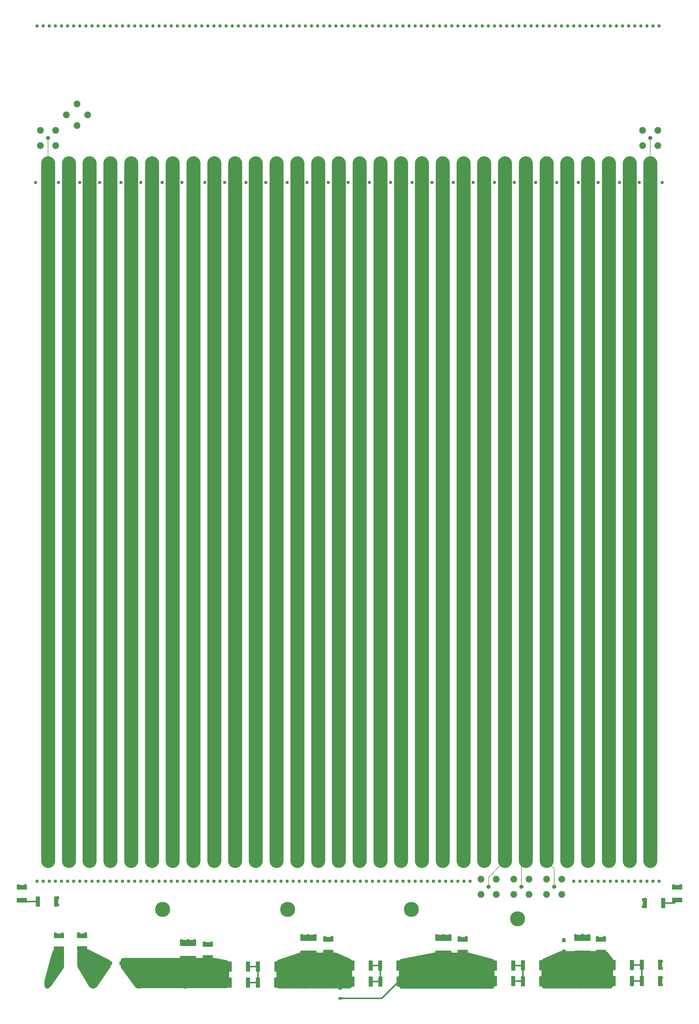
<source format=gbr>
G04 #@! TF.GenerationSoftware,KiCad,Pcbnew,(6.0.4-0)*
G04 #@! TF.CreationDate,2023-02-10T11:36:12-08:00*
G04 #@! TF.ProjectId,stripline_anode,73747269-706c-4696-9e65-5f616e6f6465,1a*
G04 #@! TF.SameCoordinates,Original*
G04 #@! TF.FileFunction,Copper,L6,Bot*
G04 #@! TF.FilePolarity,Positive*
%FSLAX46Y46*%
G04 Gerber Fmt 4.6, Leading zero omitted, Abs format (unit mm)*
G04 Created by KiCad (PCBNEW (6.0.4-0)) date 2023-02-10 11:36:12*
%MOMM*%
%LPD*%
G01*
G04 APERTURE LIST*
G04 Aperture macros list*
%AMRoundRect*
0 Rectangle with rounded corners*
0 $1 Rounding radius*
0 $2 $3 $4 $5 $6 $7 $8 $9 X,Y pos of 4 corners*
0 Add a 4 corners polygon primitive as box body*
4,1,4,$2,$3,$4,$5,$6,$7,$8,$9,$2,$3,0*
0 Add four circle primitives for the rounded corners*
1,1,$1+$1,$2,$3*
1,1,$1+$1,$4,$5*
1,1,$1+$1,$6,$7*
1,1,$1+$1,$8,$9*
0 Add four rect primitives between the rounded corners*
20,1,$1+$1,$2,$3,$4,$5,0*
20,1,$1+$1,$4,$5,$6,$7,0*
20,1,$1+$1,$6,$7,$8,$9,0*
20,1,$1+$1,$8,$9,$2,$3,0*%
G04 Aperture macros list end*
G04 #@! TA.AperFunction,ComponentPad*
%ADD10C,2.250000*%
G04 #@! TD*
G04 #@! TA.AperFunction,SMDPad,CuDef*
%ADD11RoundRect,0.249999X-0.450001X-1.425001X0.450001X-1.425001X0.450001X1.425001X-0.450001X1.425001X0*%
G04 #@! TD*
G04 #@! TA.AperFunction,SMDPad,CuDef*
%ADD12RoundRect,0.249999X0.450001X1.425001X-0.450001X1.425001X-0.450001X-1.425001X0.450001X-1.425001X0*%
G04 #@! TD*
G04 #@! TA.AperFunction,SMDPad,CuDef*
%ADD13RoundRect,0.250000X1.450000X-0.537500X1.450000X0.537500X-1.450000X0.537500X-1.450000X-0.537500X0*%
G04 #@! TD*
G04 #@! TA.AperFunction,SMDPad,CuDef*
%ADD14R,1.200000X0.900000*%
G04 #@! TD*
G04 #@! TA.AperFunction,ComponentPad*
%ADD15C,5.000000*%
G04 #@! TD*
G04 #@! TA.AperFunction,SMDPad,CuDef*
%ADD16R,0.900000X1.200000*%
G04 #@! TD*
G04 #@! TA.AperFunction,SMDPad,CuDef*
%ADD17RoundRect,0.250000X-1.450000X0.537500X-1.450000X-0.537500X1.450000X-0.537500X1.450000X0.537500X0*%
G04 #@! TD*
G04 #@! TA.AperFunction,SMDPad,CuDef*
%ADD18RoundRect,0.600000X0.162000X-0.900000X0.162000X0.900000X-0.162000X0.900000X-0.162000X-0.900000X0*%
G04 #@! TD*
G04 #@! TA.AperFunction,SMDPad,CuDef*
%ADD19RoundRect,0.249999X-2.450001X0.737501X-2.450001X-0.737501X2.450001X-0.737501X2.450001X0.737501X0*%
G04 #@! TD*
G04 #@! TA.AperFunction,SMDPad,CuDef*
%ADD20C,1.371600*%
G04 #@! TD*
G04 #@! TA.AperFunction,ViaPad*
%ADD21C,1.110000*%
G04 #@! TD*
G04 #@! TA.AperFunction,Conductor*
%ADD22C,0.250000*%
G04 #@! TD*
G04 #@! TA.AperFunction,Conductor*
%ADD23C,4.630000*%
G04 #@! TD*
G04 #@! TA.AperFunction,Conductor*
%ADD24C,0.200000*%
G04 #@! TD*
G04 #@! TA.AperFunction,Conductor*
%ADD25C,0.550000*%
G04 #@! TD*
G04 APERTURE END LIST*
D10*
X180101398Y-106220500D03*
X183693500Y-102628398D03*
X183693500Y-109812602D03*
X187285602Y-106220500D03*
D11*
X322943500Y-394895500D03*
X329043500Y-394895500D03*
D12*
X184643500Y-388320500D03*
X178543500Y-388320500D03*
D13*
X383668500Y-367883000D03*
X383668500Y-363608000D03*
D14*
X271368500Y-400595500D03*
X271368500Y-397295500D03*
D11*
X362543500Y-394820500D03*
X368643500Y-394820500D03*
D15*
X295143500Y-370995500D03*
D11*
X284668500Y-389670500D03*
X290768500Y-389670500D03*
X275493500Y-389720500D03*
X281593500Y-389720500D03*
D16*
X198243500Y-388945500D03*
X194943500Y-388945500D03*
D17*
X185368500Y-379758000D03*
X185368500Y-384033000D03*
D13*
X227318500Y-386958000D03*
X227318500Y-382683000D03*
D18*
X204426832Y-395895500D03*
D11*
X332243500Y-389620500D03*
X338343500Y-389620500D03*
X322968500Y-389695500D03*
X329068500Y-389695500D03*
X332243500Y-394920500D03*
X338343500Y-394920500D03*
X234593500Y-395395500D03*
X240693500Y-395395500D03*
X243968500Y-395395500D03*
X250068500Y-395395500D03*
D19*
X220693500Y-382183000D03*
X220693500Y-387458000D03*
D13*
X267468500Y-385233000D03*
X267468500Y-380958000D03*
D18*
X350943500Y-395870500D03*
X189110166Y-395895500D03*
D19*
X305793500Y-380458000D03*
X305793500Y-385733000D03*
D11*
X362543500Y-389495500D03*
X368643500Y-389495500D03*
D20*
X342708500Y-363420500D03*
D10*
X340168500Y-360880500D03*
X345248500Y-365960500D03*
X340168500Y-365960500D03*
X345248500Y-360880500D03*
D19*
X352068500Y-380458000D03*
X352068500Y-385733000D03*
D11*
X372893500Y-368870500D03*
X378993500Y-368870500D03*
D18*
X259893500Y-395870500D03*
D11*
X371868500Y-389470500D03*
X377968500Y-389470500D03*
D19*
X260843500Y-380458000D03*
X260843500Y-385733000D03*
D17*
X177693500Y-379808000D03*
X177693500Y-384083000D03*
D18*
X307318500Y-395870500D03*
D11*
X244018500Y-390070500D03*
X250118500Y-390070500D03*
D20*
X331763500Y-363420500D03*
D10*
X329223500Y-360880500D03*
X329223500Y-365960500D03*
X334303500Y-365960500D03*
X334303500Y-360880500D03*
D13*
X165343500Y-367933000D03*
X165343500Y-363658000D03*
D11*
X371868500Y-394870500D03*
X377968500Y-394870500D03*
D20*
X174068500Y-113945500D03*
D10*
X171528500Y-116485500D03*
X171528500Y-111405500D03*
X176608500Y-116485500D03*
X176608500Y-111405500D03*
D11*
X234543500Y-390020500D03*
X240643500Y-390020500D03*
D18*
X219743500Y-395895500D03*
D20*
X320818500Y-363420500D03*
D10*
X318278500Y-365960500D03*
X318278500Y-360880500D03*
X323358500Y-360880500D03*
X323358500Y-365960500D03*
D18*
X173793500Y-395895500D03*
D15*
X330493500Y-374145500D03*
D14*
X345943500Y-381445500D03*
X345943500Y-384745500D03*
D15*
X212243500Y-370995500D03*
D12*
X176718500Y-368320500D03*
X170618500Y-368320500D03*
D11*
X275478500Y-395070500D03*
X281578500Y-395070500D03*
D13*
X358268500Y-385233000D03*
X358268500Y-380958000D03*
X312243500Y-385233000D03*
X312243500Y-380958000D03*
D11*
X284768500Y-394995500D03*
X290868500Y-394995500D03*
D20*
X374743500Y-113945500D03*
D10*
X377283500Y-116485500D03*
X372203500Y-111405500D03*
X372203500Y-116485500D03*
X377283500Y-111405500D03*
D15*
X253868500Y-370995500D03*
D21*
X260341500Y-128744250D03*
X249673500Y-361607100D03*
X253737500Y-361607100D03*
X263897500Y-361607100D03*
X267961500Y-361607100D03*
X231385500Y-361607100D03*
X239513500Y-361607100D03*
X255769500Y-361607100D03*
X265929500Y-361607100D03*
X245609500Y-361607100D03*
X259833500Y-361607100D03*
X241545500Y-361607100D03*
X251705500Y-361607100D03*
X233417500Y-361607100D03*
X227321500Y-361607100D03*
X269993500Y-361607100D03*
X223257500Y-361607100D03*
X229353500Y-361607100D03*
X261865500Y-361607100D03*
X257801500Y-361607100D03*
X237481500Y-361607100D03*
X243577500Y-361607100D03*
X247641500Y-361607100D03*
X235449500Y-361607100D03*
X225289500Y-361607100D03*
X221225500Y-361607100D03*
X198873500Y-76623450D03*
X330953500Y-76623450D03*
X349241500Y-76623450D03*
X337049500Y-76623450D03*
X326889500Y-76623450D03*
X373625500Y-76623450D03*
X202937500Y-76623450D03*
X213097500Y-76623450D03*
X371593500Y-76623450D03*
X345177500Y-76623450D03*
X322825500Y-76623450D03*
X217161500Y-76623450D03*
X324857500Y-76623450D03*
X363465500Y-76623450D03*
X375657500Y-76623450D03*
X359401500Y-76623450D03*
X180585500Y-76623450D03*
X339081500Y-76623450D03*
X188713500Y-76623450D03*
X204969500Y-76623450D03*
X215129500Y-76623450D03*
X194809500Y-76623450D03*
X209033500Y-76623450D03*
X190745500Y-76623450D03*
X200905500Y-76623450D03*
X182617500Y-76623450D03*
X176521500Y-76623450D03*
X219193500Y-76623450D03*
X377689500Y-76623450D03*
X253737500Y-76623450D03*
X267961500Y-76623450D03*
X263897500Y-76623450D03*
X231385500Y-76623450D03*
X239513500Y-76623450D03*
X265929500Y-76623450D03*
X245609500Y-76623450D03*
X255769500Y-76623450D03*
X249673500Y-76623450D03*
X172457500Y-76623450D03*
X178553500Y-76623450D03*
X211065500Y-76623450D03*
X207001500Y-76623450D03*
X259833500Y-76623450D03*
X186681500Y-76623450D03*
X192777500Y-76623450D03*
X241545500Y-76623450D03*
X196841500Y-76623450D03*
X251705500Y-76623450D03*
X184649500Y-76623450D03*
X233417500Y-76623450D03*
X227321500Y-76623450D03*
X269993500Y-76623450D03*
X314697500Y-76623450D03*
X257801500Y-76623450D03*
X290313500Y-76623450D03*
X296409500Y-76623450D03*
X300473500Y-76623450D03*
X280153500Y-76623450D03*
X229353500Y-76623450D03*
X316729500Y-76623450D03*
X288281500Y-76623450D03*
X235449500Y-76623450D03*
X318761500Y-76623450D03*
X310633500Y-76623450D03*
X320793500Y-76623450D03*
X223257500Y-76623450D03*
X312665500Y-76623450D03*
X306569500Y-76623450D03*
X237481500Y-76623450D03*
X284217500Y-76623450D03*
X298441500Y-76623450D03*
X286249500Y-76623450D03*
X261865500Y-76623450D03*
X247641500Y-76623450D03*
X304537500Y-76623450D03*
X282185500Y-76623450D03*
X292345500Y-76623450D03*
X302505500Y-76623450D03*
X308601500Y-76623450D03*
X225289500Y-76623450D03*
X243577500Y-76623450D03*
X278121500Y-76623450D03*
X274057500Y-76623450D03*
X294377500Y-76623450D03*
X276089500Y-76623450D03*
X221225500Y-76623450D03*
X361433500Y-76623450D03*
X351273500Y-76623450D03*
X272025500Y-76623450D03*
X174489500Y-76623450D03*
X369561500Y-76623450D03*
X332985500Y-76623450D03*
X341113500Y-76623450D03*
X367529500Y-76623450D03*
X365497500Y-76623450D03*
X357369500Y-76623450D03*
X355337500Y-76623450D03*
X347209500Y-76623450D03*
X353305500Y-76623450D03*
X343145500Y-76623450D03*
X335017500Y-76623450D03*
X328921500Y-76623450D03*
X170425500Y-76623450D03*
X384893500Y-363120500D03*
X196841500Y-361607100D03*
X371593500Y-361607100D03*
X300473500Y-361607100D03*
X188713500Y-361607100D03*
X343543500Y-128744250D03*
X274057500Y-128744250D03*
X174489500Y-361607100D03*
X176521500Y-361607100D03*
X202937500Y-361607100D03*
X329429500Y-128744250D03*
X364481500Y-128744250D03*
X169917500Y-128744250D03*
X371085500Y-128744250D03*
X184649500Y-361607100D03*
X164143500Y-363095500D03*
X184649500Y-128744250D03*
X298441500Y-361607100D03*
X301997500Y-128744250D03*
X282185500Y-361607100D03*
X281169500Y-128744250D03*
X309109500Y-128744250D03*
X292345500Y-361607100D03*
X375657500Y-361607100D03*
X253737500Y-128744250D03*
X218685500Y-128744250D03*
X378705500Y-128744250D03*
X172457500Y-361607100D03*
X382468500Y-363120500D03*
X246625500Y-128744250D03*
X276089500Y-361607100D03*
X377689500Y-361607100D03*
X357369500Y-128744250D03*
X363465500Y-361607100D03*
X310633500Y-361607100D03*
X314697500Y-361607100D03*
X180585500Y-361607100D03*
X367529500Y-361607100D03*
X284217500Y-361607100D03*
X288168500Y-128720500D03*
X355337500Y-361607100D03*
X198873500Y-361607100D03*
X226305500Y-128744250D03*
X286249500Y-361607100D03*
X353305500Y-361607100D03*
X359401500Y-361607100D03*
X296409500Y-361607100D03*
X295393500Y-128744250D03*
X322825500Y-128744250D03*
X186681500Y-361607100D03*
X232909500Y-128744250D03*
X304537500Y-361607100D03*
X306569500Y-361607100D03*
X315713500Y-128744250D03*
X350765500Y-128744250D03*
X369561500Y-361607100D03*
X204969500Y-361607100D03*
X373625500Y-361607100D03*
X280153500Y-361607100D03*
X365497500Y-361607100D03*
X349241500Y-361607100D03*
X212081500Y-128744250D03*
X357369500Y-361607100D03*
X213097500Y-361607100D03*
X294377500Y-361607100D03*
X209033500Y-361607100D03*
X219193500Y-361607100D03*
X302505500Y-361607100D03*
X207001500Y-361607100D03*
X200905500Y-361607100D03*
X198365500Y-128744250D03*
X336541500Y-128744250D03*
X190745500Y-361607100D03*
X267453500Y-128744250D03*
X166518500Y-363070500D03*
X308601500Y-361607100D03*
X361433500Y-361607100D03*
X191253500Y-128744250D03*
X182617500Y-361607100D03*
X170425500Y-361607100D03*
X351273500Y-361607100D03*
X215129500Y-361607100D03*
X177537500Y-128744250D03*
X211065500Y-361607100D03*
X288281500Y-361607100D03*
X217161500Y-361607100D03*
X274057500Y-361607100D03*
X192777500Y-361607100D03*
X178553500Y-361607100D03*
X290313500Y-361607100D03*
X272025500Y-361607100D03*
X240021500Y-128744250D03*
X312665500Y-361607100D03*
X194809500Y-361607100D03*
X204969500Y-128744250D03*
X278121500Y-361607100D03*
X175323500Y-356146100D03*
X172758100Y-356120700D03*
X179666900Y-356120700D03*
X182257700Y-356120700D03*
X186575700Y-356120700D03*
X189166500Y-356120700D03*
X196100700Y-356146100D03*
X193509900Y-356146100D03*
X200418700Y-356146100D03*
X203034900Y-356120700D03*
X207352900Y-356120700D03*
X209943700Y-356120700D03*
X214261700Y-356120700D03*
X216852500Y-356120700D03*
X221195900Y-356095300D03*
X223761300Y-356120700D03*
X228130100Y-356120700D03*
X230695500Y-356095300D03*
X235038900Y-356120700D03*
X237604300Y-356146100D03*
X244538500Y-356120700D03*
X241947700Y-356120700D03*
X251447300Y-356120700D03*
X248856500Y-356120700D03*
X258330700Y-356095300D03*
X255816100Y-356120700D03*
X265290300Y-356146100D03*
X262724900Y-356120700D03*
X269633700Y-356120700D03*
X272199100Y-356095300D03*
X276542500Y-356120700D03*
X279133300Y-356120700D03*
X283451300Y-356120700D03*
X286042100Y-356120700D03*
X292976300Y-356095300D03*
X290410900Y-356120700D03*
X299910500Y-356120700D03*
X297319700Y-356120700D03*
X306819300Y-356120700D03*
X304228500Y-356120700D03*
X311137300Y-356120700D03*
X313728100Y-356120700D03*
X318046100Y-356120700D03*
X320662300Y-356095300D03*
X327596500Y-356120700D03*
X325005700Y-356120700D03*
X331914500Y-356120700D03*
X334505300Y-356120700D03*
X341414100Y-356120700D03*
X338823300Y-356120700D03*
X345732100Y-356120700D03*
X348322900Y-356120700D03*
X355257100Y-356095300D03*
X352666300Y-356095300D03*
X362191300Y-356120700D03*
X359600500Y-356120700D03*
X369100100Y-356120700D03*
X366509300Y-356120700D03*
X373418100Y-356120700D03*
X376008900Y-356120700D03*
X352118500Y-379645500D03*
X378468500Y-388345500D03*
X305818500Y-379695500D03*
X228443500Y-382120500D03*
X186493500Y-379145500D03*
X359443500Y-380370500D03*
X311043500Y-380395500D03*
X263018500Y-379720500D03*
X266268500Y-380370500D03*
X226118500Y-382120500D03*
X222885168Y-381395500D03*
X307960168Y-379670500D03*
X354243500Y-379670500D03*
X184168500Y-379145500D03*
X258618500Y-379720500D03*
X260768500Y-379720500D03*
X349843500Y-379670500D03*
X220743500Y-381395500D03*
X177293500Y-369420500D03*
X378468500Y-393720500D03*
X345943500Y-380945500D03*
X378468500Y-396045500D03*
X178793500Y-379195500D03*
X357118500Y-380370500D03*
X268593500Y-380370500D03*
X378468500Y-390670500D03*
X372393500Y-370070500D03*
X177293500Y-367095500D03*
X372393500Y-367745500D03*
X313368500Y-380395500D03*
X303560168Y-379670500D03*
X218485168Y-381395500D03*
X176468500Y-379195500D03*
D22*
X174028100Y-354837250D02*
X174028100Y-354850700D01*
D23*
X174043500Y-354850700D02*
X174043500Y-122350448D01*
D24*
X174068500Y-122325448D02*
X174043500Y-122350448D01*
X174068500Y-113945500D02*
X174068500Y-122325448D01*
X174043500Y-350981248D02*
X174028100Y-350965848D01*
X174043500Y-354850700D02*
X174043500Y-350981248D01*
D23*
X180963500Y-122350448D02*
X180963500Y-354821850D01*
X187883500Y-122350448D02*
X187883500Y-354821850D01*
D24*
X187883500Y-354821850D02*
X187868100Y-354837250D01*
D23*
X194803500Y-122350448D02*
X194803500Y-354821850D01*
X201723500Y-122350448D02*
X201723500Y-354822650D01*
D24*
X201723500Y-354822650D02*
X201728100Y-354827250D01*
X208643500Y-354822650D02*
X208648100Y-354827250D01*
D23*
X208643500Y-122350448D02*
X208643500Y-354822650D01*
D24*
X215563500Y-354822650D02*
X215568100Y-354827250D01*
D23*
X215563500Y-122350448D02*
X215563500Y-354822650D01*
X222483500Y-122350448D02*
X222483500Y-354822650D01*
D24*
X222483500Y-354822650D02*
X222488100Y-354827250D01*
X229403500Y-354822650D02*
X229408100Y-354827250D01*
D23*
X229403500Y-122350448D02*
X229403500Y-354822650D01*
X236323500Y-122350448D02*
X236323500Y-354821850D01*
D24*
X236323500Y-354821850D02*
X236308100Y-354837250D01*
D23*
X243243500Y-122350448D02*
X243243500Y-354822650D01*
X250163500Y-122350448D02*
X250163500Y-354822650D01*
X257083500Y-350950448D02*
X257083500Y-122350448D01*
X257088100Y-350955048D02*
X257088100Y-354827250D01*
D24*
X257083500Y-350950448D02*
X257088100Y-350955048D01*
X264003500Y-354822650D02*
X264008100Y-354827250D01*
D23*
X264003500Y-122350448D02*
X264003500Y-354822650D01*
X270923500Y-122350448D02*
X270923500Y-354822650D01*
D24*
X270923500Y-354822650D02*
X270928100Y-354827250D01*
D23*
X277843500Y-122350448D02*
X277843500Y-354822650D01*
X284763500Y-122350448D02*
X284763500Y-354822650D01*
D24*
X284763500Y-354822650D02*
X284768100Y-354827250D01*
D23*
X291683500Y-122350448D02*
X291683500Y-354822650D01*
D24*
X291683500Y-354822650D02*
X291688100Y-354827250D01*
D23*
X298603500Y-122350448D02*
X298603500Y-354821850D01*
D24*
X298603500Y-354821850D02*
X298588100Y-354837250D01*
D23*
X305523500Y-122350448D02*
X305523500Y-354822650D01*
D24*
X305523500Y-354822650D02*
X305528100Y-354827250D01*
D23*
X312443500Y-122350448D02*
X312443500Y-354822650D01*
D24*
X312443500Y-354822650D02*
X312448100Y-354827250D01*
D23*
X319363500Y-122350448D02*
X319363500Y-354822650D01*
D24*
X319363500Y-354822650D02*
X319368100Y-354827250D01*
X320818500Y-363420500D02*
X320818500Y-360307900D01*
D23*
X326283500Y-122350448D02*
X326283500Y-354822650D01*
D24*
X326283500Y-354822650D02*
X326288100Y-354827250D01*
X320818500Y-360307900D02*
X325005700Y-356120700D01*
X331763500Y-363420500D02*
X331763500Y-356262650D01*
D23*
X333203500Y-122350448D02*
X333203500Y-354822650D01*
D24*
X333268500Y-354887650D02*
X333203500Y-354822650D01*
X331763500Y-356262650D02*
X333203500Y-354822650D01*
X342708500Y-357415100D02*
X341414100Y-356120700D01*
D23*
X340123500Y-354822650D02*
X340128100Y-354827250D01*
X340123500Y-122350448D02*
X340123500Y-354822650D01*
D24*
X342708500Y-363420500D02*
X342708500Y-357415100D01*
X347043500Y-354822650D02*
X347048100Y-354827250D01*
D23*
X347043500Y-122350448D02*
X347043500Y-354822650D01*
D24*
X353963500Y-354822650D02*
X353968100Y-354827250D01*
D23*
X353963500Y-122350448D02*
X353963500Y-354822650D01*
D24*
X360883500Y-354822650D02*
X360888100Y-354827250D01*
D23*
X360883500Y-122350448D02*
X360883500Y-354822650D01*
X367803500Y-122350448D02*
X367803500Y-354822650D01*
D24*
X374743500Y-122330448D02*
X374723500Y-122350448D01*
X374723500Y-354821850D02*
X374708100Y-354837250D01*
D23*
X374723500Y-122350448D02*
X374723500Y-354821850D01*
D24*
X374743500Y-114520500D02*
X374743500Y-122330448D01*
D25*
X271368500Y-400595500D02*
X285268500Y-400595500D01*
X285268500Y-400595500D02*
X290868500Y-394995500D01*
X240693500Y-395395500D02*
X243968500Y-395395500D01*
X240643500Y-390020500D02*
X243968500Y-390020500D01*
X243968500Y-395395500D02*
X243968500Y-390120500D01*
X243968500Y-390120500D02*
X244018500Y-390070500D01*
X243968500Y-390020500D02*
X244018500Y-390070500D01*
X284768500Y-394995500D02*
X284768500Y-389770500D01*
X284618500Y-389720500D02*
X284668500Y-389670500D01*
X284693500Y-395070500D02*
X284768500Y-394995500D01*
X284768500Y-389770500D02*
X284668500Y-389670500D01*
X281578500Y-395070500D02*
X284693500Y-395070500D01*
X281593500Y-389720500D02*
X284618500Y-389720500D01*
X332243500Y-389620500D02*
X332243500Y-394920500D01*
X332218500Y-394895500D02*
X332243500Y-394920500D01*
X329068500Y-389695500D02*
X332168500Y-389695500D01*
X332168500Y-389695500D02*
X332243500Y-389620500D01*
X329043500Y-394895500D02*
X332218500Y-394895500D01*
X368643500Y-394820500D02*
X371818500Y-394820500D01*
X371843500Y-389495500D02*
X371868500Y-389470500D01*
X368643500Y-389495500D02*
X371843500Y-389495500D01*
X371818500Y-394820500D02*
X371868500Y-394870500D01*
X371868500Y-389470500D02*
X371868500Y-394870500D01*
X378993500Y-368870500D02*
X382681000Y-368870500D01*
X382681000Y-368870500D02*
X383668500Y-367883000D01*
X170618500Y-368320500D02*
X165731000Y-368320500D01*
X165731000Y-368320500D02*
X165343500Y-367933000D01*
G04 #@! TA.AperFunction,Conductor*
G36*
X229419684Y-387120663D02*
G01*
X229511566Y-387125338D01*
X229524303Y-387126637D01*
X229615266Y-387140618D01*
X229621563Y-387141751D01*
X233564411Y-387954708D01*
X233576301Y-387957771D01*
X233744925Y-388010120D01*
X233767567Y-388019659D01*
X233917361Y-388100785D01*
X233937718Y-388114536D01*
X234032377Y-388192934D01*
X234068913Y-388223194D01*
X234086221Y-388240640D01*
X234193829Y-388372699D01*
X234207421Y-388393173D01*
X234287350Y-388543610D01*
X234296709Y-388566334D01*
X234345914Y-388729419D01*
X234350684Y-388753527D01*
X234367899Y-388929215D01*
X234368500Y-388941502D01*
X234368500Y-396264313D01*
X234367893Y-396276663D01*
X234350502Y-396453237D01*
X234345685Y-396477457D01*
X234295982Y-396641309D01*
X234286529Y-396664129D01*
X234205819Y-396815128D01*
X234192101Y-396835658D01*
X234083474Y-396968021D01*
X234066021Y-396985474D01*
X233933658Y-397094101D01*
X233913131Y-397107817D01*
X233820917Y-397157107D01*
X233762129Y-397188529D01*
X233739310Y-397197982D01*
X233575457Y-397247685D01*
X233551240Y-397252501D01*
X233374663Y-397269893D01*
X233362313Y-397270500D01*
X203901185Y-397270500D01*
X203889481Y-397269955D01*
X203722059Y-397254336D01*
X203699056Y-397250007D01*
X203543066Y-397205310D01*
X203521260Y-397196799D01*
X203376232Y-397124020D01*
X203356376Y-397111624D01*
X203227311Y-397013274D01*
X203210092Y-396997419D01*
X203097506Y-396872523D01*
X203090074Y-396863465D01*
X202933319Y-396653183D01*
X198470772Y-390666841D01*
X198463335Y-390655667D01*
X198365180Y-390489601D01*
X198354060Y-390465164D01*
X198295463Y-390288514D01*
X198289772Y-390262271D01*
X198269217Y-390070476D01*
X198268500Y-390057049D01*
X198268500Y-388126687D01*
X198269107Y-388114337D01*
X198284707Y-387955951D01*
X198286499Y-387937760D01*
X198291315Y-387913543D01*
X198341018Y-387749690D01*
X198350471Y-387726871D01*
X198431181Y-387575872D01*
X198444899Y-387555342D01*
X198553526Y-387422979D01*
X198570979Y-387405526D01*
X198703342Y-387296899D01*
X198723869Y-387283183D01*
X198874871Y-387202471D01*
X198897691Y-387193018D01*
X199061543Y-387143315D01*
X199085760Y-387138499D01*
X199262337Y-387121107D01*
X199274687Y-387120500D01*
X229413281Y-387120500D01*
X229419684Y-387120663D01*
G37*
G04 #@! TD.AperFunction*
G04 #@! TA.AperFunction,Conductor*
G36*
X178374663Y-384321107D02*
G01*
X178551240Y-384338499D01*
X178575457Y-384343315D01*
X178739309Y-384393018D01*
X178762129Y-384402471D01*
X178913131Y-384483183D01*
X178933658Y-384496899D01*
X179066021Y-384605526D01*
X179083474Y-384622979D01*
X179192101Y-384755342D01*
X179205819Y-384775872D01*
X179286529Y-384926871D01*
X179295982Y-384949690D01*
X179345685Y-385113543D01*
X179350502Y-385137763D01*
X179367893Y-385314337D01*
X179368500Y-385326687D01*
X179368500Y-390076425D01*
X179367858Y-390089132D01*
X179349446Y-390270765D01*
X179344346Y-390295663D01*
X179291771Y-390463795D01*
X179281778Y-390487162D01*
X179193441Y-390646916D01*
X179186730Y-390657726D01*
X175086132Y-396573342D01*
X175078952Y-396582726D01*
X175062232Y-396602572D01*
X174969510Y-396712632D01*
X174952647Y-396729205D01*
X174825481Y-396832621D01*
X174805820Y-396845752D01*
X174661570Y-396923590D01*
X174639806Y-396932814D01*
X174483553Y-396982332D01*
X174460445Y-396987328D01*
X174291784Y-397007487D01*
X174279979Y-397008338D01*
X174039853Y-397014341D01*
X173799902Y-397020340D01*
X173787108Y-397020009D01*
X173752150Y-397017324D01*
X173614852Y-397006779D01*
X173589686Y-397002244D01*
X173429831Y-396956285D01*
X173406101Y-396946762D01*
X173258825Y-396869479D01*
X173237507Y-396855362D01*
X173108862Y-396749930D01*
X173090831Y-396731798D01*
X173082660Y-396721713D01*
X172986122Y-396602564D01*
X172972129Y-396581172D01*
X172970590Y-396578198D01*
X172895669Y-396433457D01*
X172886281Y-396409676D01*
X172841221Y-396249569D01*
X172836827Y-396224379D01*
X172824562Y-396052050D01*
X172824303Y-396039250D01*
X172864770Y-394717342D01*
X172865215Y-394709944D01*
X172874722Y-394603922D01*
X172876910Y-394589269D01*
X172898797Y-394485091D01*
X172900533Y-394477886D01*
X174541191Y-388453979D01*
X174541335Y-388453455D01*
X174543387Y-388446047D01*
X174543681Y-388445005D01*
X174545824Y-388437519D01*
X174545973Y-388437001D01*
X174753076Y-387725084D01*
X175531963Y-385047656D01*
X175536423Y-385034919D01*
X175610205Y-384855632D01*
X175623086Y-384831924D01*
X175729486Y-384678063D01*
X175747126Y-384657637D01*
X175883844Y-384529975D01*
X175905430Y-384513774D01*
X176066207Y-384418153D01*
X176090748Y-384406921D01*
X176179326Y-384377377D01*
X176268199Y-384347736D01*
X176294567Y-384341988D01*
X176487315Y-384321225D01*
X176500811Y-384320500D01*
X178362313Y-384320500D01*
X178374663Y-384321107D01*
G37*
G04 #@! TD.AperFunction*
G04 #@! TA.AperFunction,Conductor*
G36*
X359683675Y-384871250D02*
G01*
X359757341Y-384879323D01*
X359879691Y-384892732D01*
X359906491Y-384898678D01*
X360086642Y-384959875D01*
X360111520Y-384971484D01*
X360274142Y-385070247D01*
X360295915Y-385086969D01*
X360438292Y-385223407D01*
X360447683Y-385233446D01*
X362105211Y-387211179D01*
X362113947Y-387222927D01*
X362229228Y-387398391D01*
X362242337Y-387424517D01*
X362311562Y-387614885D01*
X362318297Y-387643329D01*
X362342649Y-387851849D01*
X362343500Y-387866465D01*
X362343500Y-396339313D01*
X362342893Y-396351663D01*
X362325502Y-396528237D01*
X362320685Y-396552457D01*
X362270982Y-396716309D01*
X362261529Y-396739129D01*
X362180819Y-396890128D01*
X362167101Y-396910658D01*
X362058474Y-397043021D01*
X362041021Y-397060474D01*
X361908658Y-397169101D01*
X361888131Y-397182817D01*
X361795917Y-397232107D01*
X361737129Y-397263529D01*
X361714310Y-397272982D01*
X361550457Y-397322685D01*
X361526240Y-397327501D01*
X361349663Y-397344893D01*
X361337313Y-397345500D01*
X339499687Y-397345500D01*
X339487337Y-397344893D01*
X339310760Y-397327501D01*
X339286543Y-397322685D01*
X339122690Y-397272982D01*
X339099871Y-397263529D01*
X339041083Y-397232107D01*
X338948869Y-397182817D01*
X338928342Y-397169101D01*
X338795979Y-397060474D01*
X338778526Y-397043021D01*
X338669899Y-396910658D01*
X338656181Y-396890128D01*
X338575471Y-396739129D01*
X338566018Y-396716309D01*
X338516315Y-396552457D01*
X338511498Y-396528237D01*
X338494107Y-396351663D01*
X338493500Y-396339313D01*
X338493500Y-388306939D01*
X338494088Y-388294775D01*
X338510959Y-388120827D01*
X338515633Y-388096961D01*
X338563866Y-387935363D01*
X338573035Y-387912850D01*
X338651422Y-387763537D01*
X338664755Y-387743191D01*
X338770373Y-387611726D01*
X338787369Y-387594321D01*
X338916276Y-387485608D01*
X338936300Y-387471793D01*
X339089053Y-387386901D01*
X339099971Y-387381507D01*
X340229092Y-386890007D01*
X344671662Y-384956183D01*
X344683748Y-384951644D01*
X344850290Y-384898678D01*
X344860506Y-384895429D01*
X344885782Y-384890166D01*
X345070276Y-384871163D01*
X345083185Y-384870500D01*
X359669951Y-384870500D01*
X359683675Y-384871250D01*
G37*
G04 #@! TD.AperFunction*
G04 #@! TA.AperFunction,Conductor*
G36*
X314164126Y-385395777D02*
G01*
X314188654Y-385397407D01*
X314283972Y-385403744D01*
X314300538Y-385405957D01*
X314418253Y-385429712D01*
X314426388Y-385431636D01*
X318050700Y-386417195D01*
X320791745Y-387162567D01*
X322100234Y-387518384D01*
X322111402Y-387521988D01*
X322269218Y-387581164D01*
X322290318Y-387591408D01*
X322296373Y-387595080D01*
X322429380Y-387675755D01*
X322448213Y-387689732D01*
X322569228Y-387798397D01*
X322585145Y-387815625D01*
X322683914Y-387944839D01*
X322696364Y-387964723D01*
X322769466Y-388110007D01*
X322778014Y-388131856D01*
X322822912Y-388288167D01*
X322827261Y-388311219D01*
X322842953Y-388479034D01*
X322843500Y-388490764D01*
X322843500Y-396414313D01*
X322842893Y-396426663D01*
X322825502Y-396603237D01*
X322820685Y-396627457D01*
X322770982Y-396791309D01*
X322761529Y-396814129D01*
X322680819Y-396965128D01*
X322667101Y-396985658D01*
X322558474Y-397118021D01*
X322541021Y-397135474D01*
X322408658Y-397244101D01*
X322388131Y-397257817D01*
X322295917Y-397307107D01*
X322237129Y-397338529D01*
X322214310Y-397347982D01*
X322050457Y-397397685D01*
X322026240Y-397402501D01*
X321849663Y-397419893D01*
X321837313Y-397420500D01*
X291949687Y-397420500D01*
X291937337Y-397419893D01*
X291760760Y-397402501D01*
X291736543Y-397397685D01*
X291572690Y-397347982D01*
X291549871Y-397338529D01*
X291491083Y-397307107D01*
X291398869Y-397257817D01*
X291378342Y-397244101D01*
X291245979Y-397135474D01*
X291228526Y-397118021D01*
X291119899Y-396985658D01*
X291106181Y-396965128D01*
X291025471Y-396814129D01*
X291016018Y-396791309D01*
X290966315Y-396627457D01*
X290961498Y-396603237D01*
X290944107Y-396426663D01*
X290943500Y-396414313D01*
X290943500Y-388526939D01*
X290944112Y-388514540D01*
X290961640Y-388337280D01*
X290966496Y-388312963D01*
X291016584Y-388148533D01*
X291026109Y-388125638D01*
X291107431Y-387974202D01*
X291121251Y-387953622D01*
X291230661Y-387821041D01*
X291248246Y-387803565D01*
X291381500Y-387694982D01*
X291402171Y-387681286D01*
X291412626Y-387675755D01*
X291554108Y-387600905D01*
X291577060Y-387591523D01*
X291747774Y-387540676D01*
X291759831Y-387537722D01*
X295284657Y-386856453D01*
X302746570Y-385414235D01*
X302752427Y-385413247D01*
X302837994Y-385400910D01*
X302849949Y-385399766D01*
X302936238Y-385395644D01*
X302942250Y-385395500D01*
X314155770Y-385395500D01*
X314164126Y-385395777D01*
G37*
G04 #@! TD.AperFunction*
G04 #@! TA.AperFunction,Conductor*
G36*
X187141054Y-384296336D02*
G01*
X187347803Y-384320270D01*
X187376012Y-384326889D01*
X187490191Y-384368018D01*
X187571836Y-384397428D01*
X187585185Y-384403125D01*
X194358127Y-387767169D01*
X194368304Y-387772825D01*
X194510523Y-387860703D01*
X194529106Y-387874712D01*
X194648415Y-387983312D01*
X194664106Y-388000500D01*
X194761410Y-388129195D01*
X194773665Y-388148966D01*
X194835358Y-388272732D01*
X194845638Y-388293357D01*
X194854052Y-388315055D01*
X194898240Y-388470210D01*
X194902521Y-388493086D01*
X194917962Y-388659568D01*
X194918500Y-388671204D01*
X194918500Y-389686550D01*
X194917895Y-389698878D01*
X194900566Y-389875140D01*
X194895764Y-389899326D01*
X194846234Y-390062909D01*
X194836815Y-390085693D01*
X194753456Y-390241977D01*
X194747126Y-390252561D01*
X190501816Y-396620526D01*
X190468805Y-396670043D01*
X190461441Y-396679993D01*
X190348888Y-396817402D01*
X190331419Y-396834901D01*
X190199004Y-396943734D01*
X190178454Y-396957484D01*
X190027337Y-397038358D01*
X190004499Y-397047829D01*
X189840498Y-397097634D01*
X189816248Y-397102463D01*
X189639481Y-397119892D01*
X189627118Y-397120500D01*
X188523036Y-397120500D01*
X188509948Y-397119818D01*
X188322944Y-397100287D01*
X188297332Y-397094879D01*
X188216165Y-397068683D01*
X188124665Y-397039152D01*
X188100726Y-397028569D01*
X187943302Y-396938368D01*
X187922066Y-396923067D01*
X187823238Y-396834901D01*
X187786677Y-396802285D01*
X187769067Y-396782932D01*
X187657641Y-396631461D01*
X187650443Y-396620526D01*
X183958591Y-390322003D01*
X183953393Y-390312162D01*
X183885090Y-390167756D01*
X183877392Y-390146892D01*
X183836999Y-389998100D01*
X183833090Y-389976208D01*
X183818992Y-389817080D01*
X183818500Y-389805961D01*
X183818500Y-385301687D01*
X183819107Y-385289337D01*
X183836498Y-385112763D01*
X183841315Y-385088543D01*
X183891018Y-384924690D01*
X183900471Y-384901871D01*
X183981181Y-384750872D01*
X183994899Y-384730342D01*
X184103526Y-384597979D01*
X184120979Y-384580526D01*
X184253342Y-384471899D01*
X184273869Y-384458183D01*
X184424871Y-384377471D01*
X184447691Y-384368018D01*
X184611543Y-384318315D01*
X184635760Y-384313499D01*
X184812337Y-384296107D01*
X184824687Y-384295500D01*
X187126565Y-384295500D01*
X187141054Y-384296336D01*
G37*
G04 #@! TD.AperFunction*
G04 #@! TA.AperFunction,Conductor*
G36*
X269788706Y-385396182D02*
G01*
X269975842Y-385415739D01*
X270001463Y-385421153D01*
X270180506Y-385478977D01*
X270192756Y-385483650D01*
X274817536Y-387529636D01*
X274828359Y-387535061D01*
X274979870Y-387620349D01*
X274999715Y-387634187D01*
X275127487Y-387742922D01*
X275144321Y-387760299D01*
X275223780Y-387859909D01*
X275248945Y-387891456D01*
X275262151Y-387911739D01*
X275339764Y-388060475D01*
X275348848Y-388082908D01*
X275396591Y-388243737D01*
X275401219Y-388267493D01*
X275417918Y-388440559D01*
X275418500Y-388452660D01*
X275418500Y-396314313D01*
X275417893Y-396326663D01*
X275400502Y-396503237D01*
X275395685Y-396527457D01*
X275345982Y-396691309D01*
X275336529Y-396714129D01*
X275255819Y-396865128D01*
X275242101Y-396885658D01*
X275133474Y-397018021D01*
X275116021Y-397035474D01*
X274983658Y-397144101D01*
X274963131Y-397157817D01*
X274870917Y-397207107D01*
X274812129Y-397238529D01*
X274789310Y-397247982D01*
X274625457Y-397297685D01*
X274601240Y-397302501D01*
X274424663Y-397319893D01*
X274412313Y-397320500D01*
X251124687Y-397320500D01*
X251112337Y-397319893D01*
X250935760Y-397302501D01*
X250911543Y-397297685D01*
X250747690Y-397247982D01*
X250724871Y-397238529D01*
X250666083Y-397207107D01*
X250573869Y-397157817D01*
X250553342Y-397144101D01*
X250420979Y-397035474D01*
X250403526Y-397018021D01*
X250294899Y-396885658D01*
X250281181Y-396865128D01*
X250200471Y-396714129D01*
X250191018Y-396691309D01*
X250141315Y-396527457D01*
X250136498Y-396503237D01*
X250119107Y-396326663D01*
X250118500Y-396314313D01*
X250118500Y-388719847D01*
X250119178Y-388706796D01*
X250138597Y-388520318D01*
X250143972Y-388494786D01*
X250199389Y-388322548D01*
X250209907Y-388298682D01*
X250299618Y-388141567D01*
X250314835Y-388120368D01*
X250434984Y-387985118D01*
X250454247Y-387967504D01*
X250599688Y-387859909D01*
X250622166Y-387846643D01*
X250792636Y-387768584D01*
X250804785Y-387763767D01*
X257657994Y-385449697D01*
X257667835Y-385446814D01*
X257810697Y-385411212D01*
X257830919Y-385407890D01*
X257977664Y-385395917D01*
X257987910Y-385395500D01*
X269775610Y-385395500D01*
X269788706Y-385396182D01*
G37*
G04 #@! TD.AperFunction*
M02*

</source>
